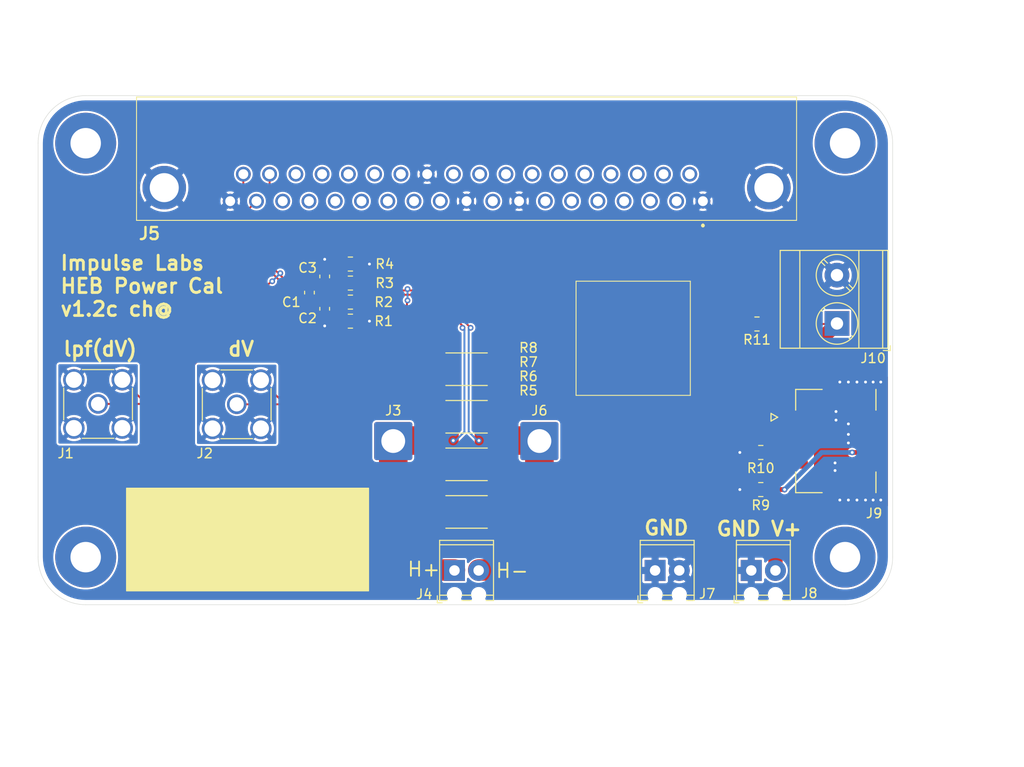
<source format=kicad_pcb>
(kicad_pcb (version 20240108) (generator "pcbnew") (generator_version "8.0")
  (layers (0 "F.Cu" signal) (31 "B.Cu" signal) (34 "B.Paste" user) (35 "F.Paste" user) (36 "B.SilkS" user "B.Silkscreen") (37 "F.SilkS" user "F.Silkscreen") (38 "B.Mask" user) (39 "F.Mask" user) (44 "Edge.Cuts" user))
  (net 0 "")
  (net 5 "/HEAT_P")
  (net 6 "/HEAT_N")
  (net 7 "/AIN0{slash}1_P")
  (net 8 "/AIN0{slash}1_N")
  (net 9 "GND")
  (net 10 "/MIO0")
  (net 11 "/AIN12{slash}13_N")
  (net 12 "/AIN10{slash}11_N")
  (net 13 "/FIO3")
  (net 14 "/VM-")
  (net 15 "/FIO5")
  (net 16 "/AIN12{slash}13_P")
  (net 17 "/FIO4")
  (net 18 "/AIN10{slash}11_P")
  (net 19 "/AIN6{slash}7_N")
  (net 20 "/AIN2{slash}3_N")
  (net 21 "/VS")
  (net 22 "/VM+")
  (net 23 "/FIO1")
  (net 24 "/AIN2{slash}3_P")
  (net 25 "/AN9{slash}10_N")
  (net 26 "/AIN4{slash}5_N")
  (net 27 "/AIN4{slash}5_P")
  (net 28 "/FIO2")
  (net 29 "/DAC0")
  (net 30 "/MIO1")
  (net 31 "/FIO7")
  (net 32 "/AIN6{slash}7_P")
  (net 33 "/FIO0")
  (net 34 "/DAC1")
  (net 35 "/MIO2")
  (net 36 "/AIN8{slash}9_P")
  (net 37 "/10uA")
  (net 38 "/200uA")
  (net 39 "/FIO6")
  (net 40 "+VDC")
  (net 41 "/12V_SHIELD")
  (net 42 "/SHIELD")
  (footprint "impulse_powercal:MOLEX_5054481071" (layer "F.Cu") (at 138.56925 96.3 90)
    (property "Reference" "J9" (at -7.6 4.23075 180) (layer "F.SilkS"))
    (property "Value" "5054481071")
    (fp_line (start 2.9 -6.595) (end 2.1 -6.595) (stroke (width 0.127)) (layer "F.SilkS"))
    (fp_line (start 2.1 -6.595) (end 2.5 -5.895) (stroke (width 0.127)) (layer "F.SilkS"))
    (fp_line (start 2.5 -5.895) (end 2.9 -6.595) (stroke (width 0.127)) (layer "F.SilkS"))
    (fp_line (start 5.425 -4.005) (end 3.25 -4.005) (stroke (width 0.127)) (layer "F.SilkS"))
    (fp_line (start 5.425 -4.005) (end 5.425 -1.225) (stroke (width 0.127)) (layer "F.SilkS"))
    (fp_line (start -3.25 -4.005) (end -5.425 -4.005) (stroke (width 0.127)) (layer "F.SilkS"))
    (fp_line (start -5.425 -1.225) (end -5.425 -4.005) (stroke (width 0.127)) (layer "F.SilkS"))
    (fp_line (start 5.425 4.425) (end 3.25 4.425) (stroke (width 0.127)) (layer "F.SilkS"))
    (fp_line (start -3.25 4.425) (end -5.425 4.425) (stroke (width 0.127)) (layer "F.SilkS"))
    (pad "1" smd rect (at 2.5 -3.725 90) (size 0.8 2) (layers "F.Cu" "F.Paste") (net 40 "+VDC"))
    (pad "2" smd rect (at 2.5 3.675 90) (size 0.8 2) (layers "F.Cu" "F.Paste") (net 9 "GND"))
    (pad "3" smd rect (at 1.25 -3.725 90) (size 0.8 2) (layers "F.Cu" "F.Paste") (net 40 "+VDC"))
    (pad "4" smd rect (at 1.25 3.675 90) (size 0.8 2) (layers "F.Cu" "F.Paste") (net 9 "GND"))
    (pad "5" smd rect (at 0 -3.725 90) (size 0.8 2) (layers "F.Cu" "F.Paste") (net 40 "+VDC"))
    (pad "6" smd rect (at 0 3.675 90) (size 0.8 2) (layers "F.Cu" "F.Paste") (net 9 "GND"))
    (pad "7" smd rect (at -1.25 -3.725 90) (size 0.8 2) (layers "F.Cu" "F.Paste") (net 41 "/12V_SHIELD"))
    (pad "8" smd rect (at -1.25 3.675 90) (size 0.8 2) (layers "F.Cu" "F.Paste") (net 42 "/SHIELD"))
    (pad "9" smd rect (at -2.5 -3.725 90) (size 0.8 2) (layers "F.Cu" "F.Paste"))
    (pad "10" smd rect (at -2.5 3.675 90) (size 0.8 2) (layers "F.Cu" "F.Paste"))
    (pad "S1" smd rect (at -4.7 1.55 90) (size 1 4.85) (layers "F.Cu" "F.Paste") (net 9 "GND"))
    (pad "S2" smd rect (at 4.7 1.55 90) (size 1 4.85) (layers "F.Cu" "F.Paste") (net 9 "GND"))
  )
  (footprint "impulse_powercal:7472524" (layer "F.Cu") (at 100 60.15 180)
    (property "Reference" "J5" (at 33.3 -14.35 0) (layer "F.SilkS") (effects (font (size 1.27 1.27) (thickness 0.254))))
    (property "Value" "7472524-SINGLE" (hide yes))
    (fp_line (start 34.66 0) (end 34.66 -12.96) (stroke (width 0.1)) (layer "F.SilkS"))
    (fp_line (start 34.66 -12.96) (end -34.66 -12.96) (stroke (width 0.1)) (layer "F.SilkS"))
    (fp_line (start -24.822 -13.4) (end -24.822 -13.4) (stroke (width 0.2)) (layer "F.SilkS"))
    (fp_line (start -24.822 -13.6) (end -24.822 -13.6) (stroke (width 0.2)) (layer "F.SilkS"))
    (fp_line (start -34.66 0) (end 34.66 0) (stroke (width 0.1)) (layer "F.SilkS"))
    (fp_line (start -34.66 -12.96) (end -34.66 0) (stroke (width 0.1)) (layer "F.SilkS"))
    (fp_arc (start -24.822 -13.4) (mid -24.922 -13.5) (end -24.822 -13.6) (stroke (width 0.2)) (layer "F.SilkS"))
    (fp_arc (start -24.822 -13.6) (mid -24.722 -13.5) (end -24.822 -13.4) (stroke (width 0.2)) (layer "F.SilkS"))
    (pad "1" thru_hole circle (at -24.822 -10.94 180) (size 1.56 1.56) (drill 1.04) (layers "*.Cu" "*.Mask") (net 9 "GND"))
    (pad "2" thru_hole circle (at -22.064 -10.94 180) (size 1.56 1.56) (drill 1.04) (layers "*.Cu" "*.Mask") (net 38 "/200uA"))
    (pad "3" thru_hole circle (at -19.306 -10.94 180) (size 1.56 1.56) (drill 1.04) (layers "*.Cu" "*.Mask") (net 39 "/FIO6"))
    (pad "4" thru_hole circle (at -16.548 -10.94 180) (size 1.56 1.56) (drill 1.04) (layers "*.Cu" "*.Mask") (net 17 "/FIO4"))
    (pad "5" thru_hole circle (at -13.79 -10.94 180) (size 1.56 1.56) (drill 1.04) (layers "*.Cu" "*.Mask") (net 28 "/FIO2"))
    (pad "6" thru_hole circle (at -11.032 -10.94 180) (size 1.56 1.56) (drill 1.04) (layers "*.Cu" "*.Mask") (net 33 "/FIO0"))
    (pad "7" thru_hole circle (at -8.274 -10.94 180) (size 1.56 1.56) (drill 1.04) (layers "*.Cu" "*.Mask") (net 30 "/MIO1"))
    (pad "8" thru_hole circle (at -5.516 -10.94 180) (size 1.56 1.56) (drill 1.04) (layers "*.Cu" "*.Mask") (net 9 "GND"))
    (pad "9" thru_hole circle (at -2.758 -10.94 180) (size 1.56 1.56) (drill 1.04) (layers "*.Cu" "*.Mask") (net 14 "/VM-"))
    (pad "10" thru_hole circle (at 0 -10.94 180) (size 1.56 1.56) (drill 1.04) (layers "*.Cu" "*.Mask") (net 9 "GND"))
    (pad "11" thru_hole circle (at 2.758 -10.94 180) (size 1.56 1.56) (drill 1.04) (layers "*.Cu" "*.Mask") (net 29 "/DAC0"))
    (pad "12" thru_hole circle (at 5.516 -10.94 180) (size 1.56 1.56) (drill 1.04) (layers "*.Cu" "*.Mask") (net 11 "/AIN12{slash}13_N"))
    (pad "13" thru_hole circle (at 8.274 -10.94 180) (size 1.56 1.56) (drill 1.04) (layers "*.Cu" "*.Mask") (net 12 "/AIN10{slash}11_N"))
    (pad "14" thru_hole circle (at 11.032 -10.94 180) (size 1.56 1.56) (drill 1.04) (layers "*.Cu" "*.Mask") (net 25 "/AN9{slash}10_N"))
    (pad "15" thru_hole circle (at 13.79 -10.94 180) (size 1.56 1.56) (drill 1.04) (layers "*.Cu" "*.Mask") (net 19 "/AIN6{slash}7_N"))
    (pad "16" thru_hole circle (at 16.548 -10.94 180) (size 1.56 1.56) (drill 1.04) (layers "*.Cu" "*.Mask") (net 26 "/AIN4{slash}5_N"))
    (pad "17" thru_hole circle (at 19.306 -10.94 180) (size 1.56 1.56) (drill 1.04) (layers "*.Cu" "*.Mask") (net 20 "/AIN2{slash}3_N"))
    (pad "18" thru_hole circle (at 22.064 -10.94 180) (size 1.56 1.56) (drill 1.04) (layers "*.Cu" "*.Mask") (net 8 "/AIN0{slash}1_N"))
    (pad "19" thru_hole circle (at 24.822 -10.94 180) (size 1.56 1.56) (drill 1.04) (layers "*.Cu" "*.Mask") (net 9 "GND"))
    (pad "20" thru_hole circle (at -23.443 -8.1 180) (size 1.56 1.56) (drill 1.04) (layers "*.Cu" "*.Mask") (net 37 "/10uA"))
    (pad "21" thru_hole circle (at -20.685 -8.1 180) (size 1.56 1.56) (drill 1.04) (layers "*.Cu" "*.Mask") (net 31 "/FIO7"))
    (pad "22" thru_hole circle (at -17.927 -8.1 180) (size 1.56 1.56) (drill 1.04) (layers "*.Cu" "*.Mask") (net 15 "/FIO5"))
    (pad "23" thru_hole circle (at -15.169 -8.1 180) (size 1.56 1.56) (drill 1.04) (layers "*.Cu" "*.Mask") (net 13 "/FIO3"))
    (pad "24" thru_hole circle (at -12.411 -8.1 180) (size 1.56 1.56) (drill 1.04) (layers "*.Cu" "*.Mask") (net 23 "/FIO1"))
    (pad "25" thru_hole circle (at -9.653 -8.1 180) (size 1.56 1.56) (drill 1.04) (layers "*.Cu" "*.Mask") (net 10 "/MIO0"))
    (pad "26" thru_hole circle (at -6.895 -8.1 180) (size 1.56 1.56) (drill 1.04) (layers "*.Cu" "*.Mask") (net 35 "/MIO2"))
    (pad "27" thru_hole circle (at -4.137 -8.1 180) (size 1.56 1.56) (drill 1.04) (layers "*.Cu" "*.Mask") (net 21 "/VS"))
    (pad "28" thru_hole circle (at -1.379 -8.1 180) (size 1.56 1.56) (drill 1.04) (layers "*.Cu" "*.Mask") (net 22 "/VM+"))
    (pad "29" thru_hole circle (at 1.379 -8.1 180) (size 1.56 1.56) (drill 1.04) (layers "*.Cu" "*.Mask") (net 34 "/DAC1"))
    (pad "30" thru_hole circle (at 4.137 -8.1 180) (size 1.56 1.56) (drill 1.04) (layers "*.Cu" "*.Mask") (net 9 "GND"))
    (pad "31" thru_hole circle (at 6.895 -8.1 180) (size 1.56 1.56) (drill 1.04) (layers "*.Cu" "*.Mask") (net 16 "/AIN12{slash}13_P"))
    (pad "32" thru_hole circle (at 9.653 -8.1 180) (size 1.56 1.56) (drill 1.04) (layers "*.Cu" "*.Mask") (net 18 "/AIN10{slash}11_P"))
    (pad "33" thru_hole circle (at 12.411 -8.1 180) (size 1.56 1.56) (drill 1.04) (layers "*.Cu" "*.Mask") (net 36 "/AIN8{slash}9_P"))
    (pad "34" thru_hole circle (at 15.169 -8.1 180) (size 1.56 1.56) (drill 1.04) (layers "*.Cu" "*.Mask") (net 32 "/AIN6{slash}7_P"))
    (pad "35" thru_hole circle (at 17.927 -8.1 180) (size 1.56 1.56) (drill 1.04) (layers "*.Cu" "*.Mask") (net 27 "/AIN4{slash}5_P"))
    (pad "36" thru_hole circle (at 20.685 -8.1 180) (size 1.56 1.56) (drill 1.04) (layers "*.Cu" "*.Mask") (net 24 "/AIN2{slash}3_P"))
    (pad "37" thru_hole circle (at 23.443 -8.1 180) (size 1.56 1.56) (drill 1.04) (layers "*.Cu" "*.Mask") (net 7 "/AIN0{slash}1_P"))
    (pad "MH1" thru_hole circle (at -31.75 -9.52 180) (size 4.575 4.575) (drill 3.05) (layers "*.Cu" "*.Mask") (net 9 "GND"))
    (pad "MH2" thru_hole circle (at 31.75 -9.52 180) (size 4.575 4.575) (drill 3.05) (layers "*.Cu" "*.Mask") (net 9 "GND"))
  )
  (footprint "Resistor_SMD:R_0805_2012Metric_Pad1.20x1.40mm_HandSolder" (layer "F.Cu") (at 87.8 83.7)
    (property "Reference" "R1" (at 3.5 0 0) (layer "F.SilkS"))
    (property "Value" "100K")
    (fp_line (start -0.227064 -0.735) (end 0.227064 -0.735) (stroke (width 0.12)) (layer "F.SilkS"))
    (fp_line (start -0.227064 0.735) (end 0.227064 0.735) (stroke (width 0.12)) (layer "F.SilkS"))
    (pad "1" smd roundrect (at -1 0) (size 1.2 1.4) (layers "F.Cu" "F.Paste" "F.Mask") (roundrect_rratio 0.208333) (net 7 "/AIN0{slash}1_P"))
    (pad "2" smd roundrect (at 1 0) (size 1.2 1.4) (layers "F.Cu" "F.Paste" "F.Mask") (roundrect_rratio 0.208333) (net 9 "GND"))
  )
  (footprint "Capacitor_SMD:C_0603_1608Metric_Pad1.08x0.95mm_HandSolder" (layer "F.Cu") (at 85.1 79 90)
    (property "Reference" "C3" (at 0.9 -1.8 180) (layer "F.SilkS"))
    (property "Value" "1u")
    (fp_line (start -0.146267 -0.51) (end 0.146267 -0.51) (stroke (width 0.12)) (layer "F.SilkS"))
    (fp_line (start -0.146267 0.51) (end 0.146267 0.51) (stroke (width 0.12)) (layer "F.SilkS"))
    (pad "1" smd roundrect (at -0.8625 0 90) (size 1.075 0.95) (layers "F.Cu" "F.Paste" "F.Mask") (net 8 "/AIN0{slash}1_N"))
    (pad "2" smd roundrect (at 0.8625 0 90) (size 1.075 0.95) (layers "F.Cu" "F.Paste" "F.Mask") (net 9 "GND"))
  )
  (footprint "Capacitor_SMD:C_0603_1608Metric_Pad1.08x0.95mm_HandSolder" (layer "F.Cu") (at 83.5 80.7 90)
    (property "Reference" "C1" (at -1 -1.9 180) (layer "F.SilkS"))
    (property "Value" "500n")
    (fp_line (start -0.146267 -0.51) (end 0.146267 -0.51) (stroke (width 0.12)) (layer "F.SilkS"))
    (fp_line (start -0.146267 0.51) (end 0.146267 0.51) (stroke (width 0.12)) (layer "F.SilkS"))
    (pad "1" smd roundrect (at -0.8625 0 90) (size 1.075 0.95) (layers "F.Cu" "F.Paste" "F.Mask") (net 7 "/AIN0{slash}1_P"))
    (pad "2" smd roundrect (at 0.8625 0 90) (size 1.075 0.95) (layers "F.Cu" "F.Paste" "F.Mask") (net 8 "/AIN0{slash}1_N"))
  )
  (footprint "TerminalBlock_Phoenix:TerminalBlock_Phoenix_MPT-0,5-2-2.54_1x02_P2.54mm_Horizontal" (layer "F.Cu") (at 119.8 109.9)
    (property "Reference" "J7" (at 5.47 2.45 0) (layer "F.SilkS"))
    (property "Value" "Screw_Terminal_01x02")
    (fp_line (start -1.8 2.66) (end -1.8 3.4) (stroke (width 0.12)) (layer "F.SilkS"))
    (fp_line (start -1.8 3.4) (end -1.3 3.4) (stroke (width 0.12)) (layer "F.SilkS"))
    (fp_line (start -1.56 -3.16) (end -1.56 3.16) (stroke (width 0.12)) (layer "F.SilkS"))
    (fp_line (start -1.56 -3.16) (end 4.1 -3.16) (stroke (width 0.12)) (layer "F.SilkS"))
    (fp_line (start -1.56 -2.7) (end 4.1 -2.7) (stroke (width 0.12)) (layer "F.SilkS"))
    (fp_line (start -1.56 2.6) (end -0.79 2.6) (stroke (width 0.12)) (layer "F.SilkS"))
    (fp_line (start -1.56 3.16) (end -0.79 3.16) (stroke (width 0.12)) (layer "F.SilkS"))
    (fp_line (start 0.79 2.6) (end 1.75 2.6) (stroke (width 0.12)) (layer "F.SilkS"))
    (fp_line (start 0.79 3.16) (end 1.75 3.16) (stroke (width 0.12)) (layer "F.SilkS"))
    (fp_line (start 3.33 2.6) (end 4.1 2.6) (stroke (width 0.12)) (layer "F.SilkS"))
    (fp_line (start 3.33 3.16) (end 4.1 3.16) (stroke (width 0.12)) (layer "F.SilkS"))
    (fp_line (start 4.1 -3.16) (end 4.1 3.16) (stroke (width 0.12)) (layer "F.SilkS"))
    (pad "" np_thru_hole circle (at 0 2.54) (size 1.1 1.1) (drill 1.1) (layers "*.Cu" "*.Mask"))
    (pad "" np_thru_hole circle (at 2.54 2.54) (size 1.1 1.1) (drill 1.1) (layers "*.Cu" "*.Mask"))
    (pad "1" thru_hole rect (at 0 0) (size 2.2 2.2) (drill 1.1) (layers "*.Cu" "*.Mask") (net 9 "GND"))
    (pad "2" thru_hole circle (at 2.54 0) (size 2.2 2.2) (drill 1.1) (layers "*.Cu" "*.Mask") (net 9 "GND"))
  )
  (footprint "impulse_powercal:2.5sqmm_D2.5mm" (layer "F.Cu") (at 92.3 96.3)
    (property "Reference" "J3" (at 0 -3.2 0) (layer "F.SilkS"))
    (property "Value" "Conn_01x01_Pin")
    (pad "1" thru_hole roundrect (at 0 0) (size 4 4) (drill 2.5) (layers "*.Cu" "*.Mask") (roundrect_rratio 0.0625) (net 5 "/HEAT_P"))
  )
  (footprint "impulse_powercal:2.5sqmm_D2.5mm" (layer "F.Cu") (at 107.65 96.3)
    (property "Reference" "J6" (at 0 -3.2 0) (layer "F.SilkS"))
    (property "Value" "Conn_01x01_Pin")
    (pad "1" thru_hole roundrect (at 0 0) (size 4 4) (drill 2.5) (layers "*.Cu" "*.Mask") (roundrect_rratio 0.0625) (net 6 "/HEAT_N"))
  )
  (footprint "Resistor_SMD:R_0805_2012Metric_Pad1.20x1.40mm_HandSolder" (layer "F.Cu") (at 130.5 84 180)
    (property "Reference" "R11" (at 0 -1.65 0) (layer "F.SilkS"))
    (property "Value" "0")
    (fp_line (start -0.227064 0.735) (end 0.227064 0.735) (stroke (width 0.12)) (layer "F.SilkS"))
    (fp_line (start -0.227064 -0.735) (end 0.227064 -0.735) (stroke (width 0.12)) (layer "F.SilkS"))
    (pad "1" smd roundrect (at -1 0 180) (size 1.2 1.4) (layers "F.Cu" "F.Paste" "F.Mask") (roundrect_rratio 0.208333) (net 40 "+VDC"))
    (pad "2" smd roundrect (at 1 0 180) (size 1.2 1.4) (layers "F.Cu" "F.Paste" "F.Mask") (roundrect_rratio 0.208333) (net 24 "/AIN2{slash}3_P"))
  )
  (footprint "Resistor_SMD:R_2512_6332Metric_Pad1.40x3.35mm_HandSolder" (layer "F.Cu") (at 100 98.75)
    (property "Reference" "R6" (at 6.5 -9.25 0) (layer "F.SilkS"))
    (property "Value" "R")
    (fp_line (start -2.177064 -1.71) (end 2.177064 -1.71) (stroke (width 0.12)) (layer "F.SilkS"))
    (fp_line (start -2.177064 1.71) (end 2.177064 1.71) (stroke (width 0.12)) (layer "F.SilkS"))
    (pad "1" smd roundrect (at -3.05 0) (size 1.4 3.35) (layers "F.Cu" "F.Paste" "F.Mask") (roundrect_rratio 0.178571) (net 5 "/HEAT_P"))
    (pad "2" smd roundrect (at 3.05 0) (size 1.4 3.35) (layers "F.Cu" "F.Paste" "F.Mask") (roundrect_rratio 0.178571) (net 6 "/HEAT_N"))
  )
  (footprint "TerminalBlock_Phoenix:TerminalBlock_Phoenix_MKDS-3-2-5.08_1x02_P5.08mm_Horizontal" (layer "F.Cu") (at 138.9 83.945 90)
    (property "Reference" "J10" (at -3.655 3.8 180) (layer "F.SilkS"))
    (property "Value" "Screw_Terminal_01x02")
    (fp_line (start 7.68 -5.96) (end 7.68 5.36) (stroke (width 0.12)) (layer "F.SilkS"))
    (fp_line (start -2.6 -5.96) (end 7.68 -5.96) (stroke (width 0.12)) (layer "F.SilkS"))
    (fp_line (start -2.6 -5.96) (end -2.6 5.36) (stroke (width 0.12)) (layer "F.SilkS"))
    (fp_line (start -2.6 -3.9) (end 7.68 -3.9) (stroke (width 0.12)) (layer "F.SilkS"))
    (fp_line (start 6.468 -1.654) (end 6.088 -1.274) (stroke (width 0.12)) (layer "F.SilkS"))
    (fp_line (start 1.388 -1.654) (end 1.281 -1.547) (stroke (width 0.12)) (layer "F.SilkS"))
    (fp_line (start 6.734 -1.388) (end 6.339 -0.992) (stroke (width 0.12)) (layer "F.SilkS"))
    (fp_line (start 1.654 -1.388) (end 1.547 -1.281) (stroke (width 0.12)) (layer "F.SilkS"))
    (fp_line (start 3.822 0.992) (end 3.427 1.388) (stroke (width 0.12)) (layer "F.SilkS"))
    (fp_line (start 4.073 1.274) (end 3.693 1.654) (stroke (width 0.12)) (layer "F.SilkS"))
    (fp_line (start -1.548 1.281) (end -1.654 1.388) (stroke (width 0.12)) (layer "F.SilkS"))
    (fp_line (start -1.282 1.547) (end -1.388 1.654) (stroke (width 0.12)) (layer "F.SilkS"))
    (fp_line (start -2.6 2.3) (end 7.68 2.3) (stroke (width 0.12)) (layer "F.SilkS"))
    (fp_line (start -2.6 4.8) (end 7.68 4.8) (stroke (width 0.12)) (layer "F.SilkS"))
    (fp_line (start -2.84 4.86) (end -2.84 5.6) (stroke (width 0.12)) (layer "F.SilkS"))
    (fp_line (start -2.6 5.36) (end 7.68 5.36) (stroke (width 0.12)) (layer "F.SilkS"))
    (fp_line (start -2.84 5.6) (end -2.34 5.6) (stroke (width 0.12)) (layer "F.SilkS"))
    (fp_circle (center 5.08 0) (end 7.26 0) (stroke (width 0.12)) (fill none) (layer "F.SilkS"))
    (fp_circle (center 0 0) (end 2.18 0) (stroke (width 0.12)) (fill none) (layer "F.SilkS"))
    (pad "1" thru_hole rect (at 0 0 90) (size 2.6 2.6) (drill 1.3) (layers "*.Cu" "*.Mask") (net 40 "+VDC"))
    (pad "2" thru_hole circle (at 5.08 0 90) (size 2.6 2.6) (drill 1.3) (layers "*.Cu" "*.Mask") (net 9 "GND"))
  )
  (footprint "MountingHole:MountingHole_3.2mm_M3_Pad" (layer "F.Cu") (at 60 108.5)
    (property "Reference" "H1" (hide yes))
    (property "Value" "MountingHole_Pad")
    (pad "1" thru_hole circle (at 0 0) (size 6.4 6.4) (drill 3.2) (layers "*.Cu" "*.Mask"))
  )
  (footprint "MountingHole:MountingHole_3.2mm_M3_Pad" (layer "F.Cu") (at 60 65)
    (property "Reference" "H2" (hide yes))
    (property "Value" "MountingHole_Pad")
    (pad "1" thru_hole circle (at 0 0) (size 6.4 6.4) (drill 3.2) (layers "*.Cu" "*.Mask"))
  )
  (footprint "Resistor_SMD:R_0805_2012Metric_Pad1.20x1.40mm_HandSolder" (layer "F.Cu") (at 87.8 81.7 180)
    (property "Reference" "R2" (at -3.5 0 180) (layer "F.SilkS"))
    (property "Value" "2000")
    (fp_line (start -0.227064 0.735) (end 0.227064 0.735) (stroke (width 0.12)) (layer "F.SilkS"))
    (fp_line (start -0.227064 -0.735) (end 0.227064 -0.735) (stroke (width 0.12)) (layer "F.SilkS"))
    (pad "1" smd roundrect (at -1 0 180) (size 1.2 1.4) (layers "F.Cu" "F.Paste" "F.Mask") (roundrect_rratio 0.208333) (net 5 "/HEAT_P"))
    (pad "2" smd roundrect (at 1 0 180) (size 1.2 1.4) (layers "F.Cu" "F.Paste" "F.Mask") (roundrect_rratio 0.208333) (net 7 "/AIN0{slash}1_P"))
  )
  (footprint "Connector_Coaxial:SMA_Amphenol_132291-12_Vertical" (layer "F.Cu") (at 61.3 92.4)
    (property "Reference" "J1" (at -3.4 5.2 0) (layer "F.SilkS"))
    (property "Value" "Conn_Coaxial")
    (fp_line (start -3.61 -1.66) (end -3.61 1.66) (stroke (width 0.12)) (layer "F.SilkS"))
    (fp_line (start 1.66 -3.61) (end -1.66 -3.61) (stroke (width 0.12)) (layer "F.SilkS"))
    (fp_line (start 1.66 3.61) (end -1.66 3.61) (stroke (width 0.12)) (layer "F.SilkS"))
    (fp_line (start 3.61 -1.66) (end 3.61 1.66) (stroke (width 0.12)) (layer "F.SilkS"))
    (pad "1" thru_hole circle (at 0 0) (size 2.05 2.05) (drill 1.5) (layers "*.Cu" "*.Mask") (net 7 "/AIN0{slash}1_P"))
    (pad "2" thru_hole circle (at -2.54 -2.54) (size 2.25 2.25) (drill 1.7) (layers "*.Cu" "*.Mask") (net 8 "/AIN0{slash}1_N"))
    (pad "2" thru_hole circle (at -2.54 2.54) (size 2.25 2.25) (drill 1.7) (layers "*.Cu" "*.Mask") (net 8 "/AIN0{slash}1_N"))
    (pad "2" thru_hole circle (at 2.54 -2.54) (size 2.25 2.25) (drill 1.7) (layers "*.Cu" "*.Mask") (net 8 "/AIN0{slash}1_N"))
    (pad "2" thru_hole circle (at 2.54 2.54) (size 2.25 2.25) (drill 1.7) (layers "*.Cu" "*.Mask") (net 8 "/AIN0{slash}1_N"))
  )
  (footprint "TerminalBlock_Phoenix:TerminalBlock_Phoenix_MPT-0,5-2-2.54_1x02_P2.54mm_Horizontal" (layer "F.Cu") (at 129.9 109.9)
    (property "Reference" "J8" (at 6.1 2.4 180) (layer "F.SilkS"))
    (property "Value" "Screw_Terminal_01x02")
    (fp_line (start -1.8 2.66) (end -1.8 3.4) (stroke (width 0.12)) (layer "F.SilkS"))
    (fp_line (start -1.8 3.4) (end -1.3 3.4) (stroke (width 0.12)) (layer "F.SilkS"))
    (fp_line (start -1.56 -3.16) (end -1.56 3.16) (stroke (width 0.12)) (layer "F.SilkS"))
    (fp_line (start -1.56 -3.16) (end 4.1 -3.16) (stroke (width 0.12)) (layer "F.SilkS"))
    (fp_line (start -1.56 -2.7) (end 4.1 -2.7) (stroke (width 0.12)) (layer "F.SilkS"))
    (fp_line (start -1.56 2.6) (end -0.79 2.6) (stroke (width 0.12)) (layer "F.SilkS"))
    (fp_line (start -1.56 3.16) (end -0.79 3.16) (stroke (width 0.12)) (layer "F.SilkS"))
    (fp_line (start 0.79 2.6) (end 1.75 2.6) (stroke (width 0.12)) (layer "F.SilkS"))
    (fp_line (start 0.79 3.16) (end 1.75 3.16) (stroke (width 0.12)) (layer "F.SilkS"))
    (fp_line (start 3.33 2.6) (end 4.1 2.6) (stroke (width 0.12)) (layer "F.SilkS"))
    (fp_line (start 3.33 3.16) (end 4.1 3.16) (stroke (width 0.12)) (layer "F.SilkS"))
    (fp_line (start 4.1 -3.16) (end 4.1 3.16) (stroke (width 0.12)) (layer "F.SilkS"))
    (pad "" np_thru_hole circle (at 0 2.54) (size 1.1 1.1) (drill 1.1) (layers "*.Cu" "*.Mask"))
    (pad "" np_thru_hole circle (at 2.54 2.54) (size 1.1 1.1) (drill 1.1) (layers "*.Cu" "*.Mask"))
    (pad "1" thru_hole rect (at 0 0) (size 2.2 2.2) (drill 1.1) (layers "*.Cu" "*.Mask") (net 9 "GND"))
    (pad "2" thru_hole circle (at 2.54 0) (size 2.2 2.2) (drill 1.1) (layers "*.Cu" "*.Mask") (net 40 "+VDC"))
  )
  (footprint "Resistor_SMD:R_0805_2012Metric_Pad1.20x1.40mm_HandSolder" (layer "F.Cu") (at 87.8 77.7)
    (property "Reference" "R4" (at 3.6 0 0) (layer "F.SilkS"))
    (property "Value" "100K")
    (fp_line (start -0.227064 -0.735) (end 0.227064 -0.735) (stroke (width 0.12)) (layer "F.SilkS"))
    (fp_line (start -0.227064 0.735) (end 0.227064 0.735) (stroke (width 0.12)) (layer "F.SilkS"))
    (pad "1" smd roundrect (at -1 0) (size 1.2 1.4) (layers "F.Cu" "F.Paste" "F.Mask") (roundrect_rratio 0.208333) (net 8 "/AIN0{slash}1_N"))
    (pad "2" smd roundrect (at 1 0) (size 1.2 1.4) (layers "F.Cu" "F.Paste" "F.Mask") (roundrect_rratio 0.208333) (net 9 "GND"))
  )
  (footprint "Resistor_SMD:R_0805_2012Metric_Pad1.20x1.40mm_HandSolder" (layer "F.Cu") (at 130.9 101.4 180)
    (property "Reference" "R9" (at 0 -1.65 0) (layer "F.SilkS"))
    (property "Value" "0")
    (fp_line (start -0.227064 0.735) (end 0.227064 0.735) (stroke (width 0.12)) (layer "F.SilkS"))
    (fp_line (start -0.227064 -0.735) (end 0.227064 -0.735) (stroke (width 0.12)) (layer "F.SilkS"))
    (pad "1" smd roundrect (at -1 0 180) (size 1.2 1.4) (layers "F.Cu" "F.Paste" "F.Mask") (roundrect_rratio 0.208333) (net 42 "/SHIELD"))
    (pad "2" smd roundrect (at 1 0 180) (size 1.2 1.4) (layers "F.Cu" "F.Paste" "F.Mask") (roundrect_rratio 0.208333) (net 9 "GND"))
  )
  (footprint "Resistor_SMD:R_2512_6332Metric_Pad1.40x3.35mm_HandSolder" (layer "F.Cu") (at 100 88.75)
    (property "Reference" "R8" (at 6.5 -2.25 0) (layer "F.SilkS"))
    (property "Value" "R")
    (fp_line (start -2.177064 -1.71) (end 2.177064 -1.71) (stroke (width 0.12)) (layer "F.SilkS"))
    (fp_line (start -2.177064 1.71) (end 2.177064 1.71) (stroke (width 0.12)) (layer "F.SilkS"))
    (pad "1" smd roundrect (at -3.05 0) (size 1.4 3.35) (layers "F.Cu" "F.Paste" "F.Mask") (roundrect_rratio 0.178571) (net 5 "/HEAT_P"))
    (pad "2" smd roundrect (at 3.05 0) (size 1.4 3.35) (layers "F.Cu" "F.Paste" "F.Mask") (roundrect_rratio 0.178571) (net 6 "/HEAT_N"))
  )
  (footprint "Resistor_SMD:R_2512_6332Metric_Pad1.40x3.35mm_HandSolder" (layer "F.Cu") (at 100 93.75)
    (property "Reference" "R7" (at 6.5 -5.75 0) (layer "F.SilkS"))
    (property "Value" "R")
    (fp_line (start -2.177064 -1.71) (end 2.177064 -1.71) (stroke (width 0.12)) (layer "F.SilkS"))
    (fp_line (start -2.177064 1.71) (end 2.177064 1.71) (stroke (width 0.12)) (layer "F.SilkS"))
    (pad "1" smd roundrect (at -3.05 0) (size 1.4 3.35) (layers "F.Cu" "F.Paste" "F.Mask") (roundrect_rratio 0.178571) (net 5 "/HEAT_P"))
    (pad "2" smd roundrect (at 3.05 0) (size 1.4 3.35) (layers "F.Cu" "F.Paste" "F.Mask") (roundrect_rratio 0.178571) (net 6 "/HEAT_N"))
  )
  (footprint "MountingHole:MountingHole_3.2mm_M3_Pad" (layer "F.Cu") (at 139.75 108.5)
    (property "Reference" "H3" (hide yes))
    (property "Value" "MountingHole_Pad")
    (pad "1" thru_hole circle (at 0 0) (size 6.4 6.4) (drill 3.2) (layers "*.Cu" "*.Mask"))
  )
  (footprint "Resistor_SMD:R_2512_6332Metric_Pad1.40x3.35mm_HandSolder" (layer "F.Cu") (at 100 103.75)
    (property "Reference" "R5" (at 6.5 -12.75 0) (layer "F.SilkS"))
    (property "Value" "R")
    (fp_line (start -2.177064 -1.71) (end 2.177064 -1.71) (stroke (width 0.12)) (layer "F.SilkS"))
    (fp_line (start -2.177064 1.71) (end 2.177064 1.71) (stroke (width 0.12)) (layer "F.SilkS"))
    (pad "1" smd roundrect (at -3.05 0) (size 1.4 3.35) (layers "F.Cu" "F.Paste" "F.Mask") (roundrect_rratio 0.178571) (net 5 "/HEAT_P"))
    (pad "2" smd roundrect (at 3.05 0) (size 1.4 3.35) (layers "F.Cu" "F.Paste" "F.Mask") (roundrect_rratio 0.178571) (net 6 "/HEAT_N"))
  )
  (footprint "Connector_Coaxial:SMA_Amphenol_132291-12_Vertical" (layer "F.Cu") (at 75.86 92.44)
    (property "Reference" "J2" (at -3.36 5.16 0) (layer "F.SilkS"))
    (property "Value" "Conn_Coaxial")
    (fp_line (start -3.61 -1.66) (end -3.61 1.66) (stroke (width 0.12)) (layer "F.SilkS"))
    (fp_line (start 1.66 -3.61) (end -1.66 -3.61) (stroke (width 0.12)) (layer "F.SilkS"))
    (fp_line (start 1.66 3.61) (end -1.66 3.61) (stroke (width 0.12)) (layer "F.SilkS"))
    (fp_line (start 3.61 -1.66) (end 3.61 1.66) (stroke (width 0.12)) (layer "F.SilkS"))
    (pad "1" thru_hole circle (at 0 0) (size 2.05 2.05) (drill 1.5) (layers "*.Cu" "*.Mask") (net 5 "/HEAT_P"))
    (pad "2" thru_hole circle (at -2.54 -2.54) (size 2.25 2.25) (drill 1.7) (layers "*.Cu" "*.Mask") (net 6 "/HEAT_N"))
    (pad "2" thru_hole circle (at -2.54 2.54) (size 2.25 2.25) (drill 1.7) (layers "*.Cu" "*.Mask") (net 6 "/HEAT_N"))
    (pad "2" thru_hole circle (at 2.54 -2.54) (size 2.25 2.25) (drill 1.7) (layers "*.Cu" "*.Mask") (net 6 "/HEAT_N"))
    (pad "2" thru_hole circle (at 2.54 2.54) (size 2.25 2.25) (drill 1.7) (layers "*.Cu" "*.Mask") (net 6 "/HEAT_N"))
  )
  (footprint "Resistor_SMD:R_0805_2012Metric_Pad1.20x1.40mm_HandSolder" (layer "F.Cu") (at 130.9 97.5 180)
    (property "Reference" "R10" (at 0 -1.65 0) (layer "F.SilkS"))
    (property "Value" "0")
    (fp_line (start -0.227064 0.735) (end 0.227064 0.735) (stroke (width 0.12)) (layer "F.SilkS"))
    (fp_line (start -0.227064 -0.735) (end 0.227064 -0.735) (stroke (width 0.12)) (layer "F.SilkS"))
    (pad "1" smd roundrect (at -1 0 180) (size 1.2 1.4) (layers "F.Cu" "F.Paste" "F.Mask") (roundrect_rratio 0.208333) (net 41 "/12V_SHIELD"))
    (pad "2" smd roundrect (at 1 0 180) (size 1.2 1.4) (layers "F.Cu" "F.Paste" "F.Mask") (roundrect_rratio 0.208333) (net 9 "GND"))
  )
  (footprint "TerminalBlock_Phoenix:TerminalBlock_Phoenix_MPT-0,5-2-2.54_1x02_P2.54mm_Horizontal" (layer "F.Cu") (at 98.73 109.9)
    (property "Reference" "J4" (at -3.18 2.5 0) (layer "F.SilkS"))
    (property "Value" "Screw_Terminal_01x02")
    (fp_line (start -1.8 2.66) (end -1.8 3.4) (stroke (width 0.12)) (layer "F.SilkS"))
    (fp_line (start -1.8 3.4) (end -1.3 3.4) (stroke (width 0.12)) (layer "F.SilkS"))
    (fp_line (start -1.56 -3.16) (end -1.56 3.16) (stroke (width 0.12)) (layer "F.SilkS"))
    (fp_line (start -1.56 -3.16) (end 4.1 -3.16) (stroke (width 0.12)) (layer "F.SilkS"))
    (fp_line (start -1.56 -2.7) (end 4.1 -2.7) (stroke (width 0.12)) (layer "F.SilkS"))
    (fp_line (start -1.56 2.6) (end -0.79 2.6) (stroke (width 0.12)) (layer "F.SilkS"))
    (fp_line (start -1.56 3.16) (end -0.79 3.16) (stroke (width 0.12)) (layer "F.SilkS"))
    (fp_line (start 0.79 2.6) (end 1.75 2.6) (stroke (width 0.12)) (layer "F.SilkS"))
    (fp_line (start 0.79 3.16) (end 1.75 3.16) (stroke (width 0.12)) (layer "F.SilkS"))
    (fp_line (start 3.33 2.6) (end 4.1 2.6) (stroke (width 0.12)) (layer "F.SilkS"))
    (fp_line (start 3.33 3.16) (end 4.1 3.16) (stroke (width 0.12)) (layer "F.SilkS"))
    (fp_line (start 4.1 -3.16) (end 4.1 3.16) (stroke (width 0.12)) (layer "F.SilkS"))
    (pad "" np_thru_hole circle (at 0 2.54) (size 1.1 1.1) (drill 1.1) (layers "*.Cu" "*.Mask"))
    (pad "" np_thru_hole circle (at 2.54 2.54) (size 1.1 1.1) (drill 1.1) (layers "*.Cu" "*.Mask"))
    (pad "1" thru_hole rect (at 0 0) (size 2.2 2.2) (drill 1.1) (layers "*.Cu" "*.Mask") (net 5 "/HEAT_P"))
    (pad "2" thru_hole circle (at 2.54 0) (size 2.2 2.2) (drill 1.1) (layers "*.Cu" "*.Mask") (net 6 "/HEAT_N"))
  )
  (footprint "Capacitor_SMD:C_0603_1608Metric_Pad1.08x0.95mm_HandSolder" (layer "F.Cu") (at 85.1 82.4 -90)
    (property "Reference" "C2" (at 1 1.8 180) (layer "F.SilkS"))
    (property "Value" "1u")
    (fp_line (start -0.146267 0.51) (end 0.146267 0.51) (stroke (width 0.12)) (layer "F.SilkS"))
    (fp_line (start -0.146267 -0.51) (end 0.146267 -0.51) (stroke (width 0.12)) (layer "F.SilkS"))
    (pad "1" smd roundrect (at -0.8625 0 270) (size 1.075 0.95) (layers "F.Cu" "F.Paste" "F.Mask") (net 7 "/AIN0{slash}1_P"))
    (pad "2" smd roundrect (at 0.8625 0 270) (size 1.075 0.95) (layers "F.Cu" "F.Paste" "F.Mask") (net 9 "GND"))
  )
  (footprint "MountingHole:MountingHole_3.2mm_M3_Pad" (layer "F.Cu") (at 139.75 65)
    (property "Reference" "H4" (hide yes))
    (property "Value" "MountingHole_Pad")
    (pad "1" thru_hole circle (at 0 0) (size 6.4 6.4) (drill 3.2) (layers "*.Cu" "*.Mask"))
  )
  (footprint "Resistor_SMD:R_0805_2012Metric_Pad1.20x1.40mm_HandSolder" (layer "F.Cu") (at 87.8 79.7 180)
    (property "Reference" "R3" (at -3.6 0 180) (layer "F.SilkS"))
    (property "Value" "2000")
    (fp_line (start -0.227064 0.735) (end 0.227064 0.735) (stroke (width 0.12)) (layer "F.SilkS"))
    (fp_line (start -0.227064 -0.735) (end 0.227064 -0.735) (stroke (width 0.12)) (layer "F.SilkS"))
    (pad "1" smd roundrect (at -1 0 180) (size 1.2 1.4) (layers "F.Cu" "F.Paste" "F.Mask") (roundrect_rratio 0.208333) (net 6 "/HEAT_N"))
    (pad "2" smd roundrect (at 1 0 180) (size 1.2 1.4) (layers "F.Cu" "F.Paste" "F.Mask") (roundrect_rratio 0.208333) (net 8 "/AIN0{slash}1_N"))
  )
  (gr_line (start 111.5 79.5) (end 123.5 79.5) (stroke (width 0.1)) (layer "F.SilkS"))
  (gr_line (start 123.5 79.5) (end 123.5 91.5) (stroke (width 0.1)) (layer "F.SilkS"))
  (gr_line (start 111.5 91.5) (end 111.5 79.5) (stroke (width 0.1)) (layer "F.SilkS"))
  (gr_rect (start 64.2875 101.25) (end 89.7125 112.05) (stroke (width 0.1)) (fill solid) (layer "F.SilkS"))
  (gr_line (start 123.5 91.5) (end 111.5 91.5) (stroke (width 0.1)) (layer "F.SilkS"))
  (gr_line (start 139.75 60) (end 60 60) (stroke (width 0.05)) (layer "Edge.Cuts"))
  (gr_line (start 144.75 65) (end 144.75 108.5) (stroke (width 0.05)) (layer "Edge.Cuts"))
  (gr_arc (start 139.75 60) (mid 143.285534 61.464466) (end 144.75 65) (stroke (width 0.05)) (layer "Edge.Cuts"))
  (gr_line (start 55 65) (end 55 108.5) (stroke (width 0.05)) (layer "Edge.Cuts"))
  (gr_arc (start 55 65) (mid 56.464466 61.464466) (end 60 60) (stroke (width 0.05)) (layer "Edge.Cuts"))
  (gr_arc (start 144.75 108.5) (mid 143.285534 112.035534) (end 139.75 113.5) (stroke (width 0.05)) (layer "Edge.Cuts"))
  (gr_arc (start 60 113.5) (mid 56.464466 112.035534) (end 55 108.5) (stroke (width 0.05)) (layer "Edge.Cuts"))
  (gr_line (start 60 113.5) (end 139.75 113.5) (stroke (width 0.05)) (layer "Edge.Cuts"))
  (gr_text "H+" (at 97.35 110.65 0) (layer "F.SilkS") (effects (font (size 1.5 1.5) (thickness 0.1875)) (justify right bottom)))
  (gr_text "Impulse Labs\nHEB Power Cal\nv1.2c ch@" (at 57.2 83.3 0) (layer "F.SilkS") (effects (font (size 1.5 1.5) (thickness 0.3) (bold yes)) (justify left bottom)))
  (gr_text "dV" (at 74.8 87.5 0) (layer "F.SilkS") (effects (font (size 1.5 1.5) (thickness 0.3) (bold yes)) (justify left bottom)))
  (gr_text "GND V+" (at 126.1 106.4 0) (layer "F.SilkS") (effects (font (size 1.5 1.5) (thickness 0.3) (bold yes)) (justify left bottom)))
  (gr_text "lpf(dV)" (at 57.5 87.5 0) (layer "F.SilkS") (effects (font (size 1.5 1.5) (thickness 0.3) (bold yes)) (justify left bottom)))
  (gr_text "GND" (at 118.5 106.3 0) (layer "F.SilkS") (effects (font (size 1.5 1.5) (thickness 0.3) (bold yes)) (justify left bottom)))
  (gr_text "H-" (at 102.95 110.8 0) (layer "F.SilkS") (effects (font (size 1.5 1.5) (thickness 0.1875)) (justify left bottom)))
  (segment (start 94.8 109.85) (end 92.3 107.35) (width 3) (layer "F.Cu") (net 5))
  (segment (start 99.575 84.186397) (end 99.575 84.4) (width 0.2) (layer "F.Cu") (net 5))
  (segment (start 92.3 96.25) (end 94.5 96.25) (width 3) (layer "F.Cu") (net 5))
  (segment (start 92.3 107.35) (end 92.3 96.25) (width 3) (layer "F.Cu") (net 5))
  (segment (start 84.3782 92.44) (end 94.4 82.4182) (width 0.2) (layer "F.Cu") (net 5))
  (segment (start 88.8 81.7) (end 89.850001 81.7) (width 0.2) (layer "F.Cu") (net 5))
  (segment (start 75.86 92.44) (end 84.3782 92.44) (width 0.2) (layer "F.Cu") (net 5))
  (segment (start 89.850001 81.7) (end 90.625001 80.925) (width 0.2) (layer "F.Cu") (net 5))
  (segment (start 96.313603 80.925) (end 99.575 84.186397) (width 0.2) (layer "F.Cu") (net 5))
  (segment (start 94.4 80.925) (end 94.6 80.925) (width 0.2) (layer "F.Cu") (net 5))
  (segment (start 94.4 82.4182) (end 94.4 80.925) (width 0.2) (layer "F.Cu") (net 5))
  (segment (start 90.625001 80.925) (end 94.4 80.925) (width 0.2) (layer "F.Cu") (net 5))
  (segment (start 98.73 109.85) (end 94.8 109.85) (width 2.25) (layer "F.Cu") (net 5))
  (segment (start 94.6 80.925) (end 96.313603 80.925) (width 0.2) (layer "F.Cu") (net 5))
  (via (at 98.6 96.25) (size 0.6) (drill 0.3) (layers "F.Cu" "B.Cu") (net 5))
  (via (at 99.575 84.4) (size 0.6) (drill 0.3) (layers "F.Cu" "B.Cu") (net 5))
  (segment (start 99.774999 95.325001) (end 99.774999 84.599999) (width 0.2) (layer "B.Cu") (net 5))
  (segment (start 98.85 96.25) (end 99.774999 95.325001) (width 0.2) (layer "B.Cu") (net 5))
  (segment (start 98.6 96.25) (end 98.85 96.25) (width 0.2) (layer "B.Cu") (net 5))
  (segment (start 99.774999 84.599999) (end 99.575 84.4) (width 0.2) (layer "B.Cu") (net 5))
  (segment (start 93.7409 81.5841) (end 93.8 81.525) (width 0.2) (layer "F.Cu") (net 6))
  (segment (start 90.625001 80.475) (end 96.5 80.475) (width 0.2) (layer "F.Cu") (net 6))
  (segment (start 96.5 80.475) (end 100.425 84.4) (width 0.2) (layer "F.Cu") (net 6))
  (segment (start 107.65 107.65) (end 105.45 109.85) (width 3) (layer "F.Cu") (net 6))
  (segment (start 89.850001 79.7) (end 90.625001 80.475) (width 0.2) (layer "F.Cu") (net 6))
  (segment (start 107.65 96.25) (end 107.65 107.65) (width 3) (layer "F.Cu") (net 6))
  (segment (start 78.4 89.9) (end 80.489999 91.989999) (width 0.2) (layer "F.Cu") (net 6))
  (segment (start 88.8 79.7) (end 89.850001 79.7) (width 0.2) (layer "F.Cu") (net 6))
  (segment (start 101.27 109.85) (end 105.45 109.85) (width 2.25) (layer "F.Cu") (net 6))
  (segment (start 84.191801 91.989999) (end 93.7409 82.4409) (width 0.2) (layer "F.Cu") (net 6))
  (segment (start 80.489999 91.989999) (end 84.191801 91.989999) (width 0.2) (layer "F.Cu") (net 6))
  (segment (start 93.7409 82.4409) (end 93.7409 81.5841) (width 0.2) (layer "F.Cu") (net 6))
  (segment (start 107.4 96.25) (end 105.55 96.25) (width 3) (layer "F.Cu") (net 6))
  (via (at 93.8 80.325) (size 0.6) (drill 0.3) (layers "F.Cu" "B.Cu") (net 6))
  (via (at 101.3 96.25) (size 0.6) (drill 0.3) (layers "F.Cu" "B.Cu") (net 6))
  (via (at 100.425 84.4) (size 0.6) (drill 0.3) (layers "F.Cu" "B.Cu") (net 6))
  (via (at 93.8 81.525) (size 0.6) (drill 0.3) (layers "F.Cu" "B.Cu") (net 6))
  (segment (start 93.8 81.525) (end 93.8 80.325) (width 0.2) (layer "B.Cu") (net 6))
  (segment (start 101.15 96.25) (end 100.225001 95.325001) (width 0.2) (layer "B.Cu") (net 6))
  (segment (start 101.3 96.25) (end 101.15 96.25) (width 0.2) (layer "B.Cu") (net 6))
  (segment (start 100.225001 84.599999) (end 100.425 84.4) (width 0.2) (layer "B.Cu") (net 6))
  (segment (start 100.225001 95.325001) (end 100.225001 84.599999) (width 0.2) (layer "B.Cu") (net 6))
  (segment (start 81.8568 80.925) (end 82.056249 80.925) (width 0.2) (layer "F.Cu") (net 7))
  (segment (start 80.4159 79.4841) (end 76.557 75.6252) (width 0.2) (layer "F.Cu") (net 7))
  (segment (start 76.557 68.25) (end 76.557 75.6252) (width 0.2) (layer "F.Cu") (net 7))
  (segment (start 79.303903 80.342485) (end 79.606044 80.342485) (width 0.2) (layer "F.Cu") (net 7))
  (segment (start 80.4159 79.532629) (end 80.4159 79.4841) (width 0.2) (layer "F.Cu") (net 7))
  (segment (start 84.4875 80.925) (end 84.2 80.925) (width 0.2) (layer "F.Cu") (net 7))
  (segment (start 67.246388 92.4) (end 79.303903 80.342485) (width 0.2) (layer "F.Cu") (net 7))
  (segment (start 86.8 81.7) (end 86.7 81.7) (width 0.2) (layer "F.Cu") (net 7))
  (segment (start 81.8568 80.925) (end 80.5159 79.5841) (width 0.2) (layer "F.Cu") (net 7))
  (segment (start 85.1 81.5375) (end 84.4875 80.925) (width 0.2) (layer "F.Cu") (net 7))
  (segment (start 86.7 81.7) (end 85.925 80.925) (width 0.2) (layer "F.Cu") (net 7))
  (segment (start 85.925 80.925) (end 85.775 80.925) (width 0.2) (layer "F.Cu") (net 7))
  (segment (start 83.5625 81.5625) (end 83.5 81.5625) (width 0.2) (layer "F.Cu") (net 7))
  (segment (start 80.5159 79.5841) (end 80.4159 79.4841) (width 0.2) (layer "F.Cu") (net 7))
  (segment (start 84.2 80.925) (end 83.5625 81.5625) (width 0.2) (layer "F.Cu") (net 7))
  (segment (start 82.056249 80.925) (end 82.693749 81.5625) (width 0.2) (layer "F.Cu") (net 7))
  (segment (start 79.606044 80.342485) (end 80.4159 79.532629) (width 0.2) (layer "F.Cu") (net 7))
  (segment (start 61.3 92.4) (end 67.246388 92.4) (width 0.2) (layer "F.Cu") (net 7))
  (segment (start 85.775 80.925) (end 85.1625 81.5375) (width 0.2) (layer "F.Cu") (net 7))
  (segment (start 85.1625 81.5375) (end 85.1 81.5375) (width 0.2) (layer "F.Cu") (net 7))
  (segment (start 82.693749 81.5625) (end 83.5 81.5625) (width 0.2) (layer "F.Cu") (net 7))
  (segment (start 86.8 81.7) (end 86.8 83.7) (width 0.2) (layer "F.Cu") (net 7))
  (segment (start 67.059989 91.949999) (end 79.501623 79.508365) (width 0.2) (layer "F.Cu") (net 8))
  (segment (start 79.501623 79.508365) (end 79.591635 79.508365) (width 0.2) (layer "F.Cu") (net 8))
  (segment (start 84.2 80.475) (end 83.5625 79.8375) (width 0.2) (layer "F.Cu") (net 8))
  (segment (start 85.1625 79.8625) (end 85.1 79.8625) (width 0.2) (layer "F.Cu") (net 8))
  (segment (start 86.7 79.7) (end 85.925 80.475) (width 0.2) (layer "F.Cu") (net 8))
  (segment (start 82.693749 79.8375) (end 83.5 79.8375) (width 0.2) (layer "F.Cu") (net 8))
  (segment (start 82.0432 80.475) (end 77.007001 75.438801) (width 0.2) (layer "F.Cu") (net 8))
  (segment (start 84.4875 80.475) (end 84.2 80.475) (width 0.2) (layer "F.Cu") (net 8))
  (segment (start 65.929999 91.949999) (end 67.059989 91.949999) (width 0.2) (layer "F.Cu") (net 8))
  (segment (start 63.84 89.86) (end 65.929999 91.949999) (width 0.2) (layer "F.Cu") (net 8))
  (segment (start 77.936 71.09) (end 77.007001 72.018999) (width 0.2) (layer "F.Cu") (net 8))
  (segment (start 83.5625 79.8375) (end 83.5 79.8375) (width 0.2) (layer "F.Cu") (net 8))
  (segment (start 86.8 79.7) (end 86.8 77.7) (width 0.2) (layer "F.Cu") (net 8))
  (segment (start 77.007001 72.018999) (end 77.007001 75.438801) (width 0.2) (layer "F.Cu") (net 8))
  (segment (start 85.1 79.8625) (end 84.4875 80.475) (width 0.2) (layer "F.Cu") (net 8))
  (segment (start 82.056249 80.475) (end 82.693749 79.8375) (width 0.2) (layer "F.Cu") (net 8))
  (segment (start 85.925 80.475) (end 85.775 80.475) (width 0.2) (layer "F.Cu") (net 8))
  (segment (start 85.775 80.475) (end 85.1625 79.8625) (width 0.2) (layer "F.Cu") (net 8))
  (segment (start 86.8 79.7) (end 86.7 79.7) (width 0.2) (layer "F.Cu") (net 8))
  (segment (start 82.056249 80.475) (end 82.0432 80.475) (width 0.2) (layer "F.Cu") (net 8))
  (via (at 80.440165 78.659835) (size 0.6) (drill 0.3) (layers "F.Cu" "B.Cu") (net 8))
  (via (at 79.591635 79.508365) (size 0.6) (drill 0.3) (layers "F.Cu" "B.Cu") (net 8))
  (segment (start 79.591635 79.508365) (end 80.440165 78.659835) (width 0.2) (layer "B.Cu") (net 8))
  (segment (start 85.1 83.2625) (end 85.1 84.2) (width 0.2) (layer "F.Cu") (net 9))
  (segment (start 129.9 97.5) (end 128.7 97.5) (width 0.5) (layer "F.Cu") (net 9))
  (segment (start 129.9 101.4) (end 128.7 101.4) (width 0.5) (layer "F.Cu") (net 9))
  (segment (start 88.8 77.7) (end 89.8 77.7) (width 0.2) (layer "F.Cu") (net 9))
  (segment (start 88.8 83.7) (end 89.8 83.7) (width 0.2) (layer "F.Cu") (net 9))
  (segment (start 85.1 78.1375) (end 85.1 77.2) (width 0.2) (layer "F.Cu") (net 9))
  (via (at 85.1 77.2) (size 0.6) (drill 0.3) (layers "F.Cu" "B.Cu") (net 9))
  (via (at 138.7 99.4) (size 0.6) (drill 0.3) (layers "F.Cu" "B.Cu") (net 9))
  (via (at 138.8 93.2) (size 0.6) (drill 0.3) (layers "F.Cu" "B.Cu") (net 9))
  (via (at 141 90.1) (size 0.6) (drill 0.3) (layers "F.Cu" "B.Cu") (net 9))
  (via (at 138.8 94.1) (size 0.6) (drill 0.3) (layers "F.Cu" "B.Cu") (net 9))
  (via (at 140.1 102.5) (size 0.6) (drill 0.3) (layers "F.Cu" "B.Cu") (net 9))
  (via (at 141.9 102.5) (size 0.6) (drill 0.3) (layers "F.Cu" "B.Cu") (net 9))
  (via (at 139.2 102.5) (size 0.6) (drill 0.3) (layers "F.Cu" "B.Cu") (net 9))
  (via (at 85.1 84.2) (size 0.6) (drill 0.3) (layers "F.Cu" "B.Cu") (net 9))
  (via (at 140.1 96.5) (size 0.6) (drill 0.3) (layers "F.Cu" "B.Cu") (net 9))
  (via (at 138.7 98.6) (size 0.6) (drill 0.3) (layers "F.Cu" "B.Cu") (net 9))
  (via (at 141 102.5) (size 0.6) (drill 0.3) (layers "F.Cu" "B.Cu") (net 9))
  (via (at 140.1 90.1) (size 0.6) (drill 0.3) (layers "F.Cu" "B.Cu") (net 9))
  (via (at 89.8 83.7) (size 0.6) (drill 0.3) (layers "F.Cu" "B.Cu") (net 9))
  (via (at 143.5 90.1) (size 0.6) (drill 0.3) (layers "F.Cu" "B.Cu") (net 9))
  (via (at 142.7 102.5) (size 0.6) (drill 0.3) (layers "F.Cu" "B.Cu") (net 9))
  (via (at 143.5 102.5) (size 0.6) (drill 0.3) (layers "F.Cu" "B.Cu") (net 9))
  (via (at 139.2 90.1) (size 0.6) (drill 0.3) (layers "F.Cu" "B.Cu") (net 9))
  (via (at 140.1 95.6) (size 0.6) (drill 0.3) (layers "F.Cu" "B.Cu") (net 9))
  (via (at 89.8 77.7) (size 0.6) (drill 0.3) (layers "F.Cu" "B.Cu") (net 9))
  (via (at 142.7 90.1) (size 0.6) (drill 0.3) (layers "F.Cu" "B.Cu") (net 9))
  (via (at 140.1 94.5) (size 0.6) (drill 0.3) (layers "F.Cu" "B.Cu") (net 9))
  (via (at 128.7 97.5) (size 0.6) (drill 0.3) (layers "F.Cu" "B.Cu") (net 9))
  (via (at 141.9 90.1) (size 0.6) (drill 0.3) (layers "F.Cu" "B.Cu") (net 9))
  (via (at 128.7 101.4) (size 0.6) (drill 0.3) (layers "F.Cu" "B.Cu") (net 9))
  (segment (start 79.315 71.238351) (end 79.315 68.25) (width 0.2) (layer "F.Cu") (net 24))
  (segment (start 83.676649 75.6) (end 79.315 71.238351) (width 0.2) (layer "F.Cu") (net 24))
  (segment (start 125.6 75.6) (end 83.676649 75.6) (width 0.2) (layer "F.Cu") (net 24))
  (segment (start 129.5 84) (end 129.5 79.5) (width 0.2) (layer "F.Cu") (net 24))
  (segment (start 129.5 79.5) (end 125.6 75.6) (width 0.2) (layer "F.Cu") (net 24))
  (segment (start 134.84425 88.00075) (end 134.84425 93.15575) (width 1.5) (layer "F.Cu") (net 40))
  (segment (start 138.745 84.4) (end 138.8 84.345) (width 0.2) (layer "F.Cu") (net 40))
  (segment (start 134.84425 88.00075) (end 129.69925 88.00075) (width 1.5) (layer "F.Cu") (net 40))
  (segment (start 138.8 84.5) (end 138.8 84.345) (width 1) (layer "F.Cu") (net 40))
  (segment (start 138.845 84) (end 138.9 83.945) (width 0.2) (layer "F.Cu") (net 40))
  (segment (start 129.69925 88.00075) (end 127.2 90.5) (width 1.5) (layer "F.Cu") (net 40))
  (segment (start 132.44 108.34) (end 132.44 109.9) (width 1.5) (layer "F.Cu") (net 40))
  (segment (start 131.5 84) (end 138.845 84) (width 0.2) (layer "F.Cu") (net 40))
  (segment (start 138.9 83.945) (end 134.84425 88.00075) (width 1.5) (layer "F.Cu") (net 40))
  (segment (start 134.84425 93.15575) (end 134.8 93.2) (width 1.5) (layer "F.Cu") (net 40))
  (segment (start 127.2 103.1) (end 132.44 108.34) (width 1.5) (layer "F.Cu") (net 40))
  (segment (start 127.2 90.5) (end 127.2 103.1) (width 1.5) (layer "F.Cu") (net 40))
  (segment (start 134.84425 97.55) (end 131.95 97.55) (width 0.5) (layer "F.Cu") (net 41))
  (segment (start 131.95 97.55) (end 131.9 97.5) (width 0.25) (layer "F.Cu") (net 41))
  (segment (start 140.5 97.5) (end 142.19425 97.5) (width 0.5) (layer "F.Cu") (net 42))
  (segment (start 142.19425 97.5) (end 142.24425 97.55) (width 0.5) (layer "F.Cu") (net 42))
  (segment (start 133.4 101.4) (end 131.9 101.4) (width 0.5) (layer "F.Cu") (net 42))
  (via (at 140.5 97.5) (size 0.6) (drill 0.3) (layers "F.Cu" "B.Cu") (net 42))
  (via (at 133.4 101.4) (size 0.6) (drill 0.3) (layers "F.Cu" "B.Cu") (net 42))
  (segment (start 137.3 97.5) (end 140.5 97.5) (width 0.5) (layer "B.Cu") (net 42))
  (segment (start 137.3 97.5) (end 133.4 101.4) (width 0.5) (layer "B.Cu") (net 42))
  (zone (net 6) (net_name "/HEAT_N") (layer "F.Cu") (priority 1) (connect_pads (clearance 0.5)) (min_thickness 0.25) (fill yes (thermal_gap 0.25) (thermal_bridge_width 0.75) (smoothing fillet) (radius 0.5))
    (polygon (pts (xy 105.35 85.9) (xy 105.2 106.6) (xy 100.85 106.6) (xy 100.85 85.9)))
  )
  (zone (net 5) (net_name "/HEAT_P") (layer "F.Cu") (connect_pads (clearance 0.5)) (min_thickness 0.25) (fill yes (thermal_gap 0.25) (thermal_bridge_width 0.75) (smoothing fillet) (radius 0.5))
    (polygon (pts (xy 94.75 85.9) (xy 99.2 85.9) (xy 99.15 106.65) (xy 94.65 106.65)))
  )
  (zone (net 40) (net_name "+VDC") (layer "F.Cu") (priority 4) (connect_pads (clearance 0.2)) (min_thickness 0.25) (fill yes (thermal_gap 0.25) (thermal_bridge_width 0.5))
    (polygon (pts (xy 133 96.9) (xy 136.52045 96.9) (xy 136.5562 92.45) (xy 133.03575 92.45)))
  )
  (zone (net 9) (net_name "GND") (layer "F.Cu") (priority 3) (connect_pads (clearance 0.2)) (min_thickness 0.25) (fill yes (thermal_gap 0.5) (thermal_bridge_width 0.5))
    (polygon (pts (xy 145.4 103.2) (xy 145.46425 89.485) (xy 136.42045 89.5) (xy 136.52045 103.2)))
  )
  (zone (net 8) (net_name "/AIN0{slash}1_N") (layer "B.Cu") (priority 5) (connect_pads (clearance 0.2)) (min_thickness 0.25) (fill yes (thermal_gap 0.25) (thermal_bridge_width 0.5))
    (polygon (pts (xy 57.13 88.23) (xy 65.47 88.23) (xy 65.47 96.57) (xy 57.13 96.57)))
  )
  (zone (net 6) (net_name "/HEAT_N") (layer "B.Cu") (priority 6) (connect_pads (clearance 0.2)) (min_thickness 0.25) (fill yes (thermal_gap 0.25) (thermal_bridge_width 0.5))
    (polygon (pts (xy 71.69 88.27) (xy 80.03 88.27) (xy 80.03 96.61) (xy 71.69 96.61)))
  )
  (zone (net 9) (net_name "GND") (layer "B.Cu") (priority 2) (connect_pads (clearance 0.2)) (min_thickness 0.25) (fill yes (thermal_gap 0.25) (thermal_bridge_width 0.75) (smoothing fillet) (radius 0.5) (island_removal_mode 1) (island_area_min 10))
    (polygon (pts (xy 51 55) (xy 51 120) (xy 150.5 119.75) (xy 150.5 54.75)))
  )
)
</source>
